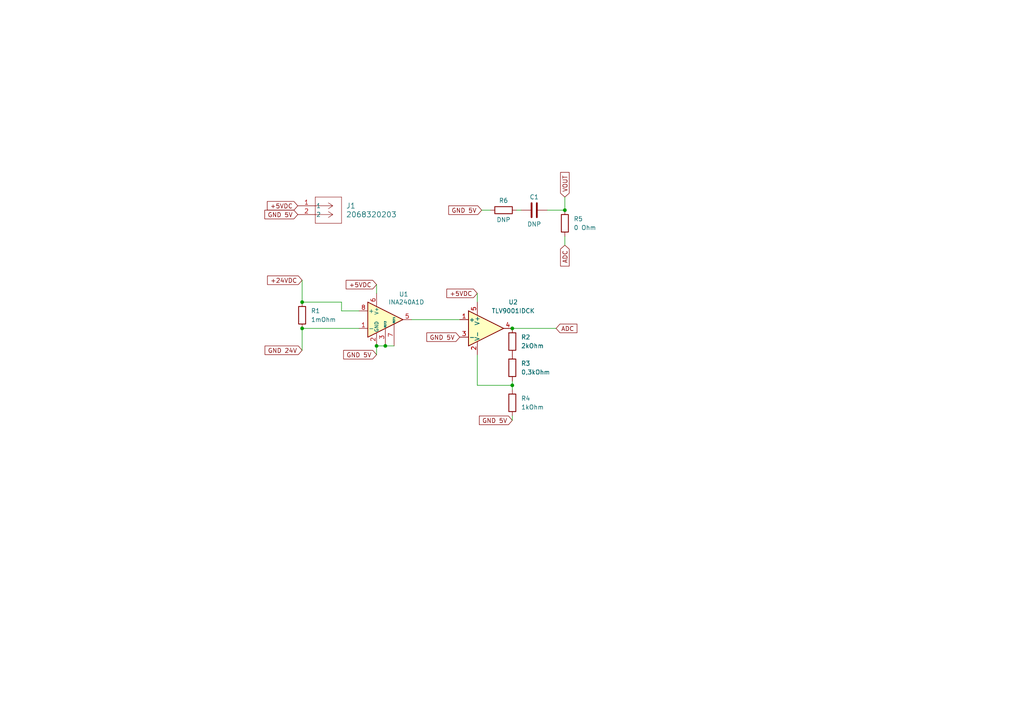
<source format=kicad_sch>
(kicad_sch
	(version 20231120)
	(generator "eeschema")
	(generator_version "8.0")
	(uuid "151ad983-dac6-4e09-bb7a-52c39c5f6e8f")
	(paper "A4")
	(lib_symbols
		(symbol "2025-11-11_14-46-52:2068320203"
			(pin_names
				(offset 0.254)
			)
			(exclude_from_sim no)
			(in_bom yes)
			(on_board yes)
			(property "Reference" "J"
				(at 8.89 6.35 0)
				(effects
					(font
						(size 1.524 1.524)
					)
				)
			)
			(property "Value" "2068320203"
				(at 0 0 0)
				(effects
					(font
						(size 1.524 1.524)
					)
				)
			)
			(property "Footprint" "CONN_2068320000-SD_02_MOL"
				(at 0 0 0)
				(effects
					(font
						(size 1.27 1.27)
						(italic yes)
					)
					(hide yes)
				)
			)
			(property "Datasheet" "https://www.molex.com/en-us/products/part-detail-pdf/2068320203?display=pdf"
				(at 0 0 0)
				(effects
					(font
						(size 1.27 1.27)
						(italic yes)
					)
					(hide yes)
				)
			)
			(property "Description" ""
				(at 0 0 0)
				(effects
					(font
						(size 1.27 1.27)
					)
					(hide yes)
				)
			)
			(property "ki_locked" ""
				(at 0 0 0)
				(effects
					(font
						(size 1.27 1.27)
					)
				)
			)
			(property "ki_keywords" "2068320203"
				(at 0 0 0)
				(effects
					(font
						(size 1.27 1.27)
					)
					(hide yes)
				)
			)
			(property "ki_fp_filters" "CONN_2068320000-SD_02_MOL"
				(at 0 0 0)
				(effects
					(font
						(size 1.27 1.27)
					)
					(hide yes)
				)
			)
			(symbol "2068320203_1_1"
				(polyline
					(pts
						(xy 5.08 -5.08) (xy 12.7 -5.08)
					)
					(stroke
						(width 0.127)
						(type default)
					)
					(fill
						(type none)
					)
				)
				(polyline
					(pts
						(xy 5.08 2.54) (xy 5.08 -5.08)
					)
					(stroke
						(width 0.127)
						(type default)
					)
					(fill
						(type none)
					)
				)
				(polyline
					(pts
						(xy 10.16 -2.54) (xy 5.08 -2.54)
					)
					(stroke
						(width 0.127)
						(type default)
					)
					(fill
						(type none)
					)
				)
				(polyline
					(pts
						(xy 10.16 -2.54) (xy 8.89 -3.3867)
					)
					(stroke
						(width 0.127)
						(type default)
					)
					(fill
						(type none)
					)
				)
				(polyline
					(pts
						(xy 10.16 -2.54) (xy 8.89 -1.6933)
					)
					(stroke
						(width 0.127)
						(type default)
					)
					(fill
						(type none)
					)
				)
				(polyline
					(pts
						(xy 10.16 0) (xy 5.08 0)
					)
					(stroke
						(width 0.127)
						(type default)
					)
					(fill
						(type none)
					)
				)
				(polyline
					(pts
						(xy 10.16 0) (xy 8.89 -0.8467)
					)
					(stroke
						(width 0.127)
						(type default)
					)
					(fill
						(type none)
					)
				)
				(polyline
					(pts
						(xy 10.16 0) (xy 8.89 0.8467)
					)
					(stroke
						(width 0.127)
						(type default)
					)
					(fill
						(type none)
					)
				)
				(polyline
					(pts
						(xy 12.7 -5.08) (xy 12.7 2.54)
					)
					(stroke
						(width 0.127)
						(type default)
					)
					(fill
						(type none)
					)
				)
				(polyline
					(pts
						(xy 12.7 2.54) (xy 5.08 2.54)
					)
					(stroke
						(width 0.127)
						(type default)
					)
					(fill
						(type none)
					)
				)
				(pin unspecified line
					(at 0 0 0)
					(length 5.08)
					(name "1"
						(effects
							(font
								(size 1.27 1.27)
							)
						)
					)
					(number "1"
						(effects
							(font
								(size 1.27 1.27)
							)
						)
					)
				)
				(pin unspecified line
					(at 0 -2.54 0)
					(length 5.08)
					(name "2"
						(effects
							(font
								(size 1.27 1.27)
							)
						)
					)
					(number "2"
						(effects
							(font
								(size 1.27 1.27)
							)
						)
					)
				)
			)
			(symbol "2068320203_1_2"
				(polyline
					(pts
						(xy 5.08 -5.08) (xy 12.7 -5.08)
					)
					(stroke
						(width 0.127)
						(type default)
					)
					(fill
						(type none)
					)
				)
				(polyline
					(pts
						(xy 5.08 2.54) (xy 5.08 -5.08)
					)
					(stroke
						(width 0.127)
						(type default)
					)
					(fill
						(type none)
					)
				)
				(polyline
					(pts
						(xy 7.62 -2.54) (xy 5.08 -2.54)
					)
					(stroke
						(width 0.127)
						(type default)
					)
					(fill
						(type none)
					)
				)
				(polyline
					(pts
						(xy 7.62 -2.54) (xy 8.89 -3.3867)
					)
					(stroke
						(width 0.127)
						(type default)
					)
					(fill
						(type none)
					)
				)
				(polyline
					(pts
						(xy 7.62 -2.54) (xy 8.89 -1.6933)
					)
					(stroke
						(width 0.127)
						(type default)
					)
					(fill
						(type none)
					)
				)
				(polyline
					(pts
						(xy 7.62 0) (xy 5.08 0)
					)
					(stroke
						(width 0.127)
						(type default)
					)
					(fill
						(type none)
					)
				)
				(polyline
					(pts
						(xy 7.62 0) (xy 8.89 -0.8467)
					)
					(stroke
						(width 0.127)
						(type default)
					)
					(fill
						(type none)
					)
				)
				(polyline
					(pts
						(xy 7.62 0) (xy 8.89 0.8467)
					)
					(stroke
						(width 0.127)
						(type default)
					)
					(fill
						(type none)
					)
				)
				(polyline
					(pts
						(xy 12.7 -5.08) (xy 12.7 2.54)
					)
					(stroke
						(width 0.127)
						(type default)
					)
					(fill
						(type none)
					)
				)
				(polyline
					(pts
						(xy 12.7 2.54) (xy 5.08 2.54)
					)
					(stroke
						(width 0.127)
						(type default)
					)
					(fill
						(type none)
					)
				)
				(pin unspecified line
					(at 0 0 0)
					(length 5.08)
					(name "1"
						(effects
							(font
								(size 1.27 1.27)
							)
						)
					)
					(number "1"
						(effects
							(font
								(size 1.27 1.27)
							)
						)
					)
				)
				(pin unspecified line
					(at 0 -2.54 0)
					(length 5.08)
					(name "2"
						(effects
							(font
								(size 1.27 1.27)
							)
						)
					)
					(number "2"
						(effects
							(font
								(size 1.27 1.27)
							)
						)
					)
				)
			)
		)
		(symbol "Amplifier_Current:INA240A1D"
			(pin_names
				(offset 0.127)
			)
			(exclude_from_sim no)
			(in_bom yes)
			(on_board yes)
			(property "Reference" "U"
				(at 3.81 3.81 0)
				(effects
					(font
						(size 1.27 1.27)
					)
					(justify left)
				)
			)
			(property "Value" "INA240A1D"
				(at 3.81 -2.54 0)
				(effects
					(font
						(size 1.27 1.27)
					)
					(justify left)
				)
			)
			(property "Footprint" "Package_SO:SOIC-8_3.9x4.9mm_P1.27mm"
				(at 0 -16.51 0)
				(effects
					(font
						(size 1.27 1.27)
					)
					(hide yes)
				)
			)
			(property "Datasheet" "http://www.ti.com/lit/ds/symlink/ina240.pdf"
				(at 3.81 3.81 0)
				(effects
					(font
						(size 1.27 1.27)
					)
					(hide yes)
				)
			)
			(property "Description" "High- and Low-Side, Bidirectional, Zero-Drift, Current-Sense Amplifier With Enhanced PWM Rejection, 20V/V, SOIC-8"
				(at 0 0 0)
				(effects
					(font
						(size 1.27 1.27)
					)
					(hide yes)
				)
			)
			(property "ki_keywords" "current monitor shunt sensor bidirectional high low"
				(at 0 0 0)
				(effects
					(font
						(size 1.27 1.27)
					)
					(hide yes)
				)
			)
			(property "ki_fp_filters" "SOIC*3.9x4.9mm*P1.27mm*"
				(at 0 0 0)
				(effects
					(font
						(size 1.27 1.27)
					)
					(hide yes)
				)
			)
			(symbol "INA240A1D_0_1"
				(polyline
					(pts
						(xy 5.08 0) (xy -5.08 5.08) (xy -5.08 -5.08) (xy 5.08 0)
					)
					(stroke
						(width 0.254)
						(type default)
					)
					(fill
						(type background)
					)
				)
			)
			(symbol "INA240A1D_1_1"
				(pin input line
					(at -7.62 -2.54 0)
					(length 2.54)
					(name "-"
						(effects
							(font
								(size 1.27 1.27)
							)
						)
					)
					(number "1"
						(effects
							(font
								(size 1.27 1.27)
							)
						)
					)
				)
				(pin power_in line
					(at -2.54 -7.62 90)
					(length 3.81)
					(name "GND"
						(effects
							(font
								(size 1.016 1.016)
							)
						)
					)
					(number "2"
						(effects
							(font
								(size 1.27 1.27)
							)
						)
					)
				)
				(pin passive line
					(at 0 -7.62 90)
					(length 5.08)
					(name "REF2"
						(effects
							(font
								(size 0.508 0.508)
							)
						)
					)
					(number "3"
						(effects
							(font
								(size 1.27 1.27)
							)
						)
					)
				)
				(pin passive line
					(at -2.54 -7.62 90)
					(length 3.81) hide
					(name "GND"
						(effects
							(font
								(size 1.016 1.016)
							)
						)
					)
					(number "4"
						(effects
							(font
								(size 1.27 1.27)
							)
						)
					)
				)
				(pin output line
					(at 7.62 0 180)
					(length 2.54)
					(name "~"
						(effects
							(font
								(size 1.27 1.27)
							)
						)
					)
					(number "5"
						(effects
							(font
								(size 1.27 1.27)
							)
						)
					)
				)
				(pin power_in line
					(at -2.54 7.62 270)
					(length 3.81)
					(name "V+"
						(effects
							(font
								(size 1.016 1.016)
							)
						)
					)
					(number "6"
						(effects
							(font
								(size 1.27 1.27)
							)
						)
					)
				)
				(pin passive line
					(at 2.54 -7.62 90)
					(length 6.35)
					(name "REF1"
						(effects
							(font
								(size 0.508 0.508)
							)
						)
					)
					(number "7"
						(effects
							(font
								(size 1.27 1.27)
							)
						)
					)
				)
				(pin input line
					(at -7.62 2.54 0)
					(length 2.54)
					(name "+"
						(effects
							(font
								(size 1.27 1.27)
							)
						)
					)
					(number "8"
						(effects
							(font
								(size 1.27 1.27)
							)
						)
					)
				)
			)
		)
		(symbol "Amplifier_Operational:TLV9001IDCK"
			(pin_names
				(offset 0.127)
			)
			(exclude_from_sim no)
			(in_bom yes)
			(on_board yes)
			(property "Reference" "U"
				(at 7.62 2.54 0)
				(effects
					(font
						(size 1.27 1.27)
					)
				)
			)
			(property "Value" "TLV9001IDCK"
				(at 11.43 -2.54 0)
				(effects
					(font
						(size 1.27 1.27)
					)
				)
			)
			(property "Footprint" "Package_TO_SOT_SMD:SOT-353_SC-70-5"
				(at 5.08 0 0)
				(effects
					(font
						(size 1.27 1.27)
					)
					(hide yes)
				)
			)
			(property "Datasheet" "https://www.ti.com/lit/ds/symlink/tlv9001.pdf"
				(at 0 0 0)
				(effects
					(font
						(size 1.27 1.27)
					)
					(hide yes)
				)
			)
			(property "Description" "Low-power, Rail-to-Rail, 1MHz Operational Amplifier, SOT-353"
				(at 0 0 0)
				(effects
					(font
						(size 1.27 1.27)
					)
					(hide yes)
				)
			)
			(property "ki_keywords" "op amp operational amplifier"
				(at 0 0 0)
				(effects
					(font
						(size 1.27 1.27)
					)
					(hide yes)
				)
			)
			(property "ki_fp_filters" "SOT*353*SC*70*"
				(at 0 0 0)
				(effects
					(font
						(size 1.27 1.27)
					)
					(hide yes)
				)
			)
			(symbol "TLV9001IDCK_0_1"
				(polyline
					(pts
						(xy -2.54 5.08) (xy -2.54 -5.08) (xy 7.62 0) (xy -2.54 5.08)
					)
					(stroke
						(width 0.254)
						(type default)
					)
					(fill
						(type background)
					)
				)
			)
			(symbol "TLV9001IDCK_1_1"
				(pin input line
					(at -5.08 2.54 0)
					(length 2.54)
					(name "+"
						(effects
							(font
								(size 1.27 1.27)
							)
						)
					)
					(number "1"
						(effects
							(font
								(size 1.27 1.27)
							)
						)
					)
				)
				(pin power_in line
					(at 0 -7.62 90)
					(length 3.81)
					(name "V-"
						(effects
							(font
								(size 1.27 1.27)
							)
						)
					)
					(number "2"
						(effects
							(font
								(size 1.27 1.27)
							)
						)
					)
				)
				(pin input line
					(at -5.08 -2.54 0)
					(length 2.54)
					(name "-"
						(effects
							(font
								(size 1.27 1.27)
							)
						)
					)
					(number "3"
						(effects
							(font
								(size 1.27 1.27)
							)
						)
					)
				)
				(pin output line
					(at 10.16 0 180)
					(length 2.54)
					(name "~"
						(effects
							(font
								(size 1.27 1.27)
							)
						)
					)
					(number "4"
						(effects
							(font
								(size 1.27 1.27)
							)
						)
					)
				)
				(pin power_in line
					(at 0 7.62 270)
					(length 3.81)
					(name "V+"
						(effects
							(font
								(size 1.27 1.27)
							)
						)
					)
					(number "5"
						(effects
							(font
								(size 1.27 1.27)
							)
						)
					)
				)
			)
		)
		(symbol "Device:C"
			(pin_numbers hide)
			(pin_names
				(offset 0.254)
			)
			(exclude_from_sim no)
			(in_bom yes)
			(on_board yes)
			(property "Reference" "C"
				(at 0.635 2.54 0)
				(effects
					(font
						(size 1.27 1.27)
					)
					(justify left)
				)
			)
			(property "Value" "C"
				(at 0.635 -2.54 0)
				(effects
					(font
						(size 1.27 1.27)
					)
					(justify left)
				)
			)
			(property "Footprint" ""
				(at 0.9652 -3.81 0)
				(effects
					(font
						(size 1.27 1.27)
					)
					(hide yes)
				)
			)
			(property "Datasheet" "~"
				(at 0 0 0)
				(effects
					(font
						(size 1.27 1.27)
					)
					(hide yes)
				)
			)
			(property "Description" "Unpolarized capacitor"
				(at 0 0 0)
				(effects
					(font
						(size 1.27 1.27)
					)
					(hide yes)
				)
			)
			(property "ki_keywords" "cap capacitor"
				(at 0 0 0)
				(effects
					(font
						(size 1.27 1.27)
					)
					(hide yes)
				)
			)
			(property "ki_fp_filters" "C_*"
				(at 0 0 0)
				(effects
					(font
						(size 1.27 1.27)
					)
					(hide yes)
				)
			)
			(symbol "C_0_1"
				(polyline
					(pts
						(xy -2.032 -0.762) (xy 2.032 -0.762)
					)
					(stroke
						(width 0.508)
						(type default)
					)
					(fill
						(type none)
					)
				)
				(polyline
					(pts
						(xy -2.032 0.762) (xy 2.032 0.762)
					)
					(stroke
						(width 0.508)
						(type default)
					)
					(fill
						(type none)
					)
				)
			)
			(symbol "C_1_1"
				(pin passive line
					(at 0 3.81 270)
					(length 2.794)
					(name "~"
						(effects
							(font
								(size 1.27 1.27)
							)
						)
					)
					(number "1"
						(effects
							(font
								(size 1.27 1.27)
							)
						)
					)
				)
				(pin passive line
					(at 0 -3.81 90)
					(length 2.794)
					(name "~"
						(effects
							(font
								(size 1.27 1.27)
							)
						)
					)
					(number "2"
						(effects
							(font
								(size 1.27 1.27)
							)
						)
					)
				)
			)
		)
		(symbol "Device:R"
			(pin_numbers hide)
			(pin_names
				(offset 0)
			)
			(exclude_from_sim no)
			(in_bom yes)
			(on_board yes)
			(property "Reference" "R"
				(at 2.032 0 90)
				(effects
					(font
						(size 1.27 1.27)
					)
				)
			)
			(property "Value" "R"
				(at 0 0 90)
				(effects
					(font
						(size 1.27 1.27)
					)
				)
			)
			(property "Footprint" ""
				(at -1.778 0 90)
				(effects
					(font
						(size 1.27 1.27)
					)
					(hide yes)
				)
			)
			(property "Datasheet" "~"
				(at 0 0 0)
				(effects
					(font
						(size 1.27 1.27)
					)
					(hide yes)
				)
			)
			(property "Description" "Resistor"
				(at 0 0 0)
				(effects
					(font
						(size 1.27 1.27)
					)
					(hide yes)
				)
			)
			(property "ki_keywords" "R res resistor"
				(at 0 0 0)
				(effects
					(font
						(size 1.27 1.27)
					)
					(hide yes)
				)
			)
			(property "ki_fp_filters" "R_*"
				(at 0 0 0)
				(effects
					(font
						(size 1.27 1.27)
					)
					(hide yes)
				)
			)
			(symbol "R_0_1"
				(rectangle
					(start -1.016 -2.54)
					(end 1.016 2.54)
					(stroke
						(width 0.254)
						(type default)
					)
					(fill
						(type none)
					)
				)
			)
			(symbol "R_1_1"
				(pin passive line
					(at 0 3.81 270)
					(length 1.27)
					(name "~"
						(effects
							(font
								(size 1.27 1.27)
							)
						)
					)
					(number "1"
						(effects
							(font
								(size 1.27 1.27)
							)
						)
					)
				)
				(pin passive line
					(at 0 -3.81 90)
					(length 1.27)
					(name "~"
						(effects
							(font
								(size 1.27 1.27)
							)
						)
					)
					(number "2"
						(effects
							(font
								(size 1.27 1.27)
							)
						)
					)
				)
			)
		)
	)
	(junction
		(at 87.63 87.63)
		(diameter 0)
		(color 0 0 0 0)
		(uuid "2ad6a835-13ba-4cea-9a97-2394896d5f34")
	)
	(junction
		(at 109.22 100.33)
		(diameter 0)
		(color 0 0 0 0)
		(uuid "4b7bc470-6aaf-48f2-b8ed-cd8e23e4ea59")
	)
	(junction
		(at 111.76 100.33)
		(diameter 0)
		(color 0 0 0 0)
		(uuid "656026a1-08ec-4461-9eb6-d1e2eed28ea1")
	)
	(junction
		(at 148.59 111.76)
		(diameter 0)
		(color 0 0 0 0)
		(uuid "8f768b3b-7c59-4706-973a-e132491a1e20")
	)
	(junction
		(at 87.63 95.25)
		(diameter 0)
		(color 0 0 0 0)
		(uuid "b1e4d2fc-2837-4742-b2c3-26dff4efb6e0")
	)
	(junction
		(at 163.83 60.96)
		(diameter 0)
		(color 0 0 0 0)
		(uuid "b5bb9fde-d25b-4e4c-9c86-7b574c327be9")
	)
	(junction
		(at 148.59 95.25)
		(diameter 0)
		(color 0 0 0 0)
		(uuid "c662b425-0ea2-48df-a617-390b20ebb2b0")
	)
	(wire
		(pts
			(xy 109.22 102.87) (xy 109.22 100.33)
		)
		(stroke
			(width 0)
			(type default)
		)
		(uuid "05386771-d80d-4847-9749-65eceaf85b30")
	)
	(wire
		(pts
			(xy 138.43 102.87) (xy 138.43 111.76)
		)
		(stroke
			(width 0)
			(type default)
		)
		(uuid "0da93bda-5587-4e6f-a332-c600c5deca18")
	)
	(wire
		(pts
			(xy 87.63 81.28) (xy 87.63 87.63)
		)
		(stroke
			(width 0)
			(type default)
		)
		(uuid "0ecc58ac-f50d-45d0-9939-748d90d8fa0e")
	)
	(wire
		(pts
			(xy 87.63 87.63) (xy 99.06 87.63)
		)
		(stroke
			(width 0)
			(type default)
		)
		(uuid "16c750db-9ca2-4d33-96cf-aa24773b047a")
	)
	(wire
		(pts
			(xy 163.83 71.12) (xy 163.83 68.58)
		)
		(stroke
			(width 0)
			(type default)
		)
		(uuid "18b6c0ef-b8f4-4012-8b9c-b861d26c9553")
	)
	(wire
		(pts
			(xy 99.06 90.17) (xy 104.14 90.17)
		)
		(stroke
			(width 0)
			(type default)
		)
		(uuid "1e4c2e6c-8d17-41d9-9cd6-bea6fe9d8bc6")
	)
	(wire
		(pts
			(xy 148.59 110.49) (xy 148.59 111.76)
		)
		(stroke
			(width 0)
			(type default)
		)
		(uuid "2461ee24-efcb-4451-87ef-dc0eb8a29d12")
	)
	(wire
		(pts
			(xy 87.63 95.25) (xy 87.63 101.6)
		)
		(stroke
			(width 0)
			(type default)
		)
		(uuid "2dfa9abb-d662-4cb9-98f2-af9a9aed4ecc")
	)
	(wire
		(pts
			(xy 109.22 82.55) (xy 109.22 85.09)
		)
		(stroke
			(width 0)
			(type default)
		)
		(uuid "2e5f015f-d3df-4fb6-aa92-2d505e193d5b")
	)
	(wire
		(pts
			(xy 148.59 111.76) (xy 148.59 113.03)
		)
		(stroke
			(width 0)
			(type default)
		)
		(uuid "37fa8917-3d01-496e-8bde-72667150b878")
	)
	(wire
		(pts
			(xy 109.22 100.33) (xy 111.76 100.33)
		)
		(stroke
			(width 0)
			(type default)
		)
		(uuid "461f1123-feef-4e33-8d1b-a0e698f6e225")
	)
	(wire
		(pts
			(xy 138.43 111.76) (xy 148.59 111.76)
		)
		(stroke
			(width 0)
			(type default)
		)
		(uuid "628dbcc9-e8a5-43c0-85b6-71064b062664")
	)
	(wire
		(pts
			(xy 111.76 100.33) (xy 114.3 100.33)
		)
		(stroke
			(width 0)
			(type default)
		)
		(uuid "7648124b-8bed-4a0f-bf7d-06f23618e0b5")
	)
	(wire
		(pts
			(xy 119.38 92.71) (xy 133.35 92.71)
		)
		(stroke
			(width 0)
			(type default)
		)
		(uuid "7d2de69a-90ed-400a-b97c-31e1e7c4d3c6")
	)
	(wire
		(pts
			(xy 163.83 57.15) (xy 163.83 60.96)
		)
		(stroke
			(width 0)
			(type default)
		)
		(uuid "8a445825-9640-417d-aee6-346114a2993f")
	)
	(wire
		(pts
			(xy 139.7 60.96) (xy 142.24 60.96)
		)
		(stroke
			(width 0)
			(type default)
		)
		(uuid "a2fb0c5a-4fe6-4619-a3dd-7bf037705bb5")
	)
	(wire
		(pts
			(xy 148.59 95.25) (xy 161.29 95.25)
		)
		(stroke
			(width 0)
			(type default)
		)
		(uuid "c5cf4bdc-f661-4ce5-a204-3f095cf8ccda")
	)
	(wire
		(pts
			(xy 149.86 60.96) (xy 151.13 60.96)
		)
		(stroke
			(width 0)
			(type default)
		)
		(uuid "c891325d-dbb4-4715-bb0b-1ce87fb4022a")
	)
	(wire
		(pts
			(xy 99.06 87.63) (xy 99.06 90.17)
		)
		(stroke
			(width 0)
			(type default)
		)
		(uuid "caecdc42-b061-40d5-977f-2bf3abc4ba89")
	)
	(wire
		(pts
			(xy 148.59 120.65) (xy 148.59 121.92)
		)
		(stroke
			(width 0)
			(type default)
		)
		(uuid "df5cfea6-32e1-4dd0-95dc-ecff2464bc0c")
	)
	(wire
		(pts
			(xy 87.63 95.25) (xy 104.14 95.25)
		)
		(stroke
			(width 0)
			(type default)
		)
		(uuid "e2c69681-b7bd-4a05-b287-8f8bc97722de")
	)
	(wire
		(pts
			(xy 158.75 60.96) (xy 163.83 60.96)
		)
		(stroke
			(width 0)
			(type default)
		)
		(uuid "f598890b-5044-4bc9-a000-31eecdc619ee")
	)
	(wire
		(pts
			(xy 138.43 85.09) (xy 138.43 87.63)
		)
		(stroke
			(width 0)
			(type default)
		)
		(uuid "f72fc5fd-8246-4981-8221-21fb37a47fdc")
	)
	(global_label "GND 5V"
		(shape input)
		(at 109.22 102.87 180)
		(fields_autoplaced yes)
		(effects
			(font
				(size 1.27 1.27)
			)
			(justify right)
		)
		(uuid "1402eea4-1719-4f33-962c-27ee79f21221")
		(property "Intersheetrefs" "${INTERSHEET_REFS}"
			(at 99.0986 102.87 0)
			(effects
				(font
					(size 1.27 1.27)
				)
				(justify right)
				(hide yes)
			)
		)
	)
	(global_label "+5VDC"
		(shape input)
		(at 109.22 82.55 180)
		(fields_autoplaced yes)
		(effects
			(font
				(size 1.27 1.27)
			)
			(justify right)
		)
		(uuid "26fc2f34-d991-4483-8182-23d35248b1c1")
		(property "Intersheetrefs" "${INTERSHEET_REFS}"
			(at 99.8243 82.55 0)
			(effects
				(font
					(size 1.27 1.27)
				)
				(justify right)
				(hide yes)
			)
		)
	)
	(global_label "GND 5V"
		(shape input)
		(at 86.36 62.23 180)
		(fields_autoplaced yes)
		(effects
			(font
				(size 1.27 1.27)
			)
			(justify right)
		)
		(uuid "3463b3d1-2f34-43cc-9ea7-43051a6a0b65")
		(property "Intersheetrefs" "${INTERSHEET_REFS}"
			(at 76.2386 62.23 0)
			(effects
				(font
					(size 1.27 1.27)
				)
				(justify right)
				(hide yes)
			)
		)
	)
	(global_label "+5VDC"
		(shape input)
		(at 138.43 85.09 180)
		(fields_autoplaced yes)
		(effects
			(font
				(size 1.27 1.27)
			)
			(justify right)
		)
		(uuid "562935fa-76f4-4ddc-9c1f-5dd5dfa6a622")
		(property "Intersheetrefs" "${INTERSHEET_REFS}"
			(at 129.0343 85.09 0)
			(effects
				(font
					(size 1.27 1.27)
				)
				(justify right)
				(hide yes)
			)
		)
	)
	(global_label "GND 24V"
		(shape input)
		(at 87.63 101.6 180)
		(fields_autoplaced yes)
		(effects
			(font
				(size 1.27 1.27)
			)
			(justify right)
		)
		(uuid "5be113a8-07c6-4252-88af-7e564fe27b5d")
		(property "Intersheetrefs" "${INTERSHEET_REFS}"
			(at 76.2991 101.6 0)
			(effects
				(font
					(size 1.27 1.27)
				)
				(justify right)
				(hide yes)
			)
		)
	)
	(global_label "GND 5V"
		(shape input)
		(at 133.35 97.79 180)
		(fields_autoplaced yes)
		(effects
			(font
				(size 1.27 1.27)
			)
			(justify right)
		)
		(uuid "6b64eb83-e296-4710-9af0-49123c3f2cd9")
		(property "Intersheetrefs" "${INTERSHEET_REFS}"
			(at 123.2286 97.79 0)
			(effects
				(font
					(size 1.27 1.27)
				)
				(justify right)
				(hide yes)
			)
		)
	)
	(global_label "VOUT"
		(shape input)
		(at 163.83 57.15 90)
		(fields_autoplaced yes)
		(effects
			(font
				(size 1.27 1.27)
			)
			(justify left)
		)
		(uuid "933088b8-8882-42ea-bf82-2881ec547b15")
		(property "Intersheetrefs" "${INTERSHEET_REFS}"
			(at 163.83 49.4476 90)
			(effects
				(font
					(size 1.27 1.27)
				)
				(justify left)
				(hide yes)
			)
		)
	)
	(global_label "ADC"
		(shape input)
		(at 163.83 71.12 270)
		(fields_autoplaced yes)
		(effects
			(font
				(size 1.27 1.27)
			)
			(justify right)
		)
		(uuid "9f20cd03-a1af-43a7-bff8-e628c2b1a414")
		(property "Intersheetrefs" "${INTERSHEET_REFS}"
			(at 163.83 77.7338 90)
			(effects
				(font
					(size 1.27 1.27)
				)
				(justify right)
				(hide yes)
			)
		)
	)
	(global_label "+24VDC"
		(shape input)
		(at 87.63 81.28 180)
		(fields_autoplaced yes)
		(effects
			(font
				(size 1.27 1.27)
			)
			(justify right)
		)
		(uuid "cc802822-45b0-4be8-849e-f21a1d6cbc81")
		(property "Intersheetrefs" "${INTERSHEET_REFS}"
			(at 77.0248 81.28 0)
			(effects
				(font
					(size 1.27 1.27)
				)
				(justify right)
				(hide yes)
			)
		)
	)
	(global_label "GND 5V"
		(shape input)
		(at 148.59 121.92 180)
		(fields_autoplaced yes)
		(effects
			(font
				(size 1.27 1.27)
			)
			(justify right)
		)
		(uuid "cf46caaf-3466-431b-8d18-5f78697f0cc4")
		(property "Intersheetrefs" "${INTERSHEET_REFS}"
			(at 138.4686 121.92 0)
			(effects
				(font
					(size 1.27 1.27)
				)
				(justify right)
				(hide yes)
			)
		)
	)
	(global_label "GND 5V"
		(shape input)
		(at 139.7 60.96 180)
		(fields_autoplaced yes)
		(effects
			(font
				(size 1.27 1.27)
			)
			(justify right)
		)
		(uuid "d381022f-398b-4a73-a265-db5877ad9336")
		(property "Intersheetrefs" "${INTERSHEET_REFS}"
			(at 129.5786 60.96 0)
			(effects
				(font
					(size 1.27 1.27)
				)
				(justify right)
				(hide yes)
			)
		)
	)
	(global_label "+5VDC"
		(shape input)
		(at 86.36 59.69 180)
		(fields_autoplaced yes)
		(effects
			(font
				(size 1.27 1.27)
			)
			(justify right)
		)
		(uuid "e9250d2f-995f-405e-871c-072344b988df")
		(property "Intersheetrefs" "${INTERSHEET_REFS}"
			(at 76.9643 59.69 0)
			(effects
				(font
					(size 1.27 1.27)
				)
				(justify right)
				(hide yes)
			)
		)
	)
	(global_label "ADC"
		(shape input)
		(at 161.29 95.25 0)
		(fields_autoplaced yes)
		(effects
			(font
				(size 1.27 1.27)
			)
			(justify left)
		)
		(uuid "fd81a9f4-2b74-4245-a08c-70a0ef157543")
		(property "Intersheetrefs" "${INTERSHEET_REFS}"
			(at 167.9038 95.25 0)
			(effects
				(font
					(size 1.27 1.27)
				)
				(justify left)
				(hide yes)
			)
		)
	)
	(symbol
		(lib_id "Device:R")
		(at 148.59 116.84 0)
		(unit 1)
		(exclude_from_sim no)
		(in_bom yes)
		(on_board yes)
		(dnp no)
		(fields_autoplaced yes)
		(uuid "0c840f54-0b21-4cbd-8c92-808f31c74faf")
		(property "Reference" "R4"
			(at 151.13 115.5699 0)
			(effects
				(font
					(size 1.27 1.27)
				)
				(justify left)
			)
		)
		(property "Value" "1kOhm"
			(at 151.13 118.1099 0)
			(effects
				(font
					(size 1.27 1.27)
				)
				(justify left)
			)
		)
		(property "Footprint" "Resistor_SMD:R_0603_1608Metric_Pad0.98x0.95mm_HandSolder"
			(at 146.812 116.84 90)
			(effects
				(font
					(size 1.27 1.27)
				)
				(hide yes)
			)
		)
		(property "Datasheet" "~"
			(at 148.59 116.84 0)
			(effects
				(font
					(size 1.27 1.27)
				)
				(hide yes)
			)
		)
		(property "Description" "Resistor"
			(at 148.59 116.84 0)
			(effects
				(font
					(size 1.27 1.27)
				)
				(hide yes)
			)
		)
		(pin "2"
			(uuid "b133616a-4ae0-49aa-8338-9e6773bafa12")
		)
		(pin "1"
			(uuid "09d4044f-ef63-47c1-91a8-dc6a44b62e10")
		)
		(instances
			(project "Pomiar prądu"
				(path "/151ad983-dac6-4e09-bb7a-52c39c5f6e8f"
					(reference "R4")
					(unit 1)
				)
			)
		)
	)
	(symbol
		(lib_id "Device:C")
		(at 154.94 60.96 90)
		(unit 1)
		(exclude_from_sim no)
		(in_bom yes)
		(on_board yes)
		(dnp no)
		(uuid "3039249d-878e-4b3b-8608-83fa6a48d6a1")
		(property "Reference" "C1"
			(at 154.94 57.15 90)
			(effects
				(font
					(size 1.27 1.27)
				)
			)
		)
		(property "Value" "DNP"
			(at 154.94 65.024 90)
			(effects
				(font
					(size 1.27 1.27)
				)
			)
		)
		(property "Footprint" "Capacitor_SMD:C_0603_1608Metric_Pad1.08x0.95mm_HandSolder"
			(at 158.75 59.9948 0)
			(effects
				(font
					(size 1.27 1.27)
				)
				(hide yes)
			)
		)
		(property "Datasheet" "~"
			(at 154.94 60.96 0)
			(effects
				(font
					(size 1.27 1.27)
				)
				(hide yes)
			)
		)
		(property "Description" "Unpolarized capacitor"
			(at 154.94 60.96 0)
			(effects
				(font
					(size 1.27 1.27)
				)
				(hide yes)
			)
		)
		(pin "1"
			(uuid "5d3c659d-a710-4670-9ca3-599d690ecc9c")
		)
		(pin "2"
			(uuid "b9c0a830-8966-4c7d-b761-d9b8b9efbe9e")
		)
		(instances
			(project ""
				(path "/151ad983-dac6-4e09-bb7a-52c39c5f6e8f"
					(reference "C1")
					(unit 1)
				)
			)
		)
	)
	(symbol
		(lib_id "Device:R")
		(at 163.83 64.77 180)
		(unit 1)
		(exclude_from_sim no)
		(in_bom yes)
		(on_board yes)
		(dnp no)
		(fields_autoplaced yes)
		(uuid "49a4ee52-646c-4454-b9e4-6883ff55ecae")
		(property "Reference" "R5"
			(at 166.37 63.4999 0)
			(effects
				(font
					(size 1.27 1.27)
				)
				(justify right)
			)
		)
		(property "Value" "0 Ohm"
			(at 166.37 66.0399 0)
			(effects
				(font
					(size 1.27 1.27)
				)
				(justify right)
			)
		)
		(property "Footprint" "Resistor_SMD:R_0603_1608Metric_Pad0.98x0.95mm_HandSolder"
			(at 165.608 64.77 90)
			(effects
				(font
					(size 1.27 1.27)
				)
				(hide yes)
			)
		)
		(property "Datasheet" "~"
			(at 163.83 64.77 0)
			(effects
				(font
					(size 1.27 1.27)
				)
				(hide yes)
			)
		)
		(property "Description" "Resistor"
			(at 163.83 64.77 0)
			(effects
				(font
					(size 1.27 1.27)
				)
				(hide yes)
			)
		)
		(pin "2"
			(uuid "af873ea4-a9b9-4fae-9aed-31c9b1ad5e86")
		)
		(pin "1"
			(uuid "edc3eb9e-359f-402f-afd3-4d3c1bf2221a")
		)
		(instances
			(project ""
				(path "/151ad983-dac6-4e09-bb7a-52c39c5f6e8f"
					(reference "R5")
					(unit 1)
				)
			)
		)
	)
	(symbol
		(lib_id "Device:R")
		(at 146.05 60.96 270)
		(unit 1)
		(exclude_from_sim no)
		(in_bom yes)
		(on_board yes)
		(dnp no)
		(uuid "52705eb3-6edf-49cc-9b64-e8e0e46df9cc")
		(property "Reference" "R6"
			(at 146.05 58.166 90)
			(effects
				(font
					(size 1.27 1.27)
				)
			)
		)
		(property "Value" "DNP"
			(at 146.05 63.754 90)
			(effects
				(font
					(size 1.27 1.27)
				)
			)
		)
		(property "Footprint" "Resistor_SMD:R_0603_1608Metric_Pad0.98x0.95mm_HandSolder"
			(at 146.05 59.182 90)
			(effects
				(font
					(size 1.27 1.27)
				)
				(hide yes)
			)
		)
		(property "Datasheet" "~"
			(at 146.05 60.96 0)
			(effects
				(font
					(size 1.27 1.27)
				)
				(hide yes)
			)
		)
		(property "Description" "Resistor"
			(at 146.05 60.96 0)
			(effects
				(font
					(size 1.27 1.27)
				)
				(hide yes)
			)
		)
		(pin "2"
			(uuid "d28d6f12-61cf-47ca-b3f1-b200428af833")
		)
		(pin "1"
			(uuid "c74fcd54-57ca-441a-9227-1a85871ca0eb")
		)
		(instances
			(project "Pomiar prądu"
				(path "/151ad983-dac6-4e09-bb7a-52c39c5f6e8f"
					(reference "R6")
					(unit 1)
				)
			)
		)
	)
	(symbol
		(lib_id "Amplifier_Current:INA240A1D")
		(at 111.76 92.71 0)
		(unit 1)
		(exclude_from_sim no)
		(in_bom yes)
		(on_board yes)
		(dnp no)
		(uuid "b0c80669-0e9d-4fef-a2bf-29ef9819d6bd")
		(property "Reference" "U1"
			(at 117.094 85.344 0)
			(effects
				(font
					(size 1.27 1.27)
				)
			)
		)
		(property "Value" "INA240A1D"
			(at 117.856 87.63 0)
			(effects
				(font
					(size 1.27 1.27)
				)
			)
		)
		(property "Footprint" "Package_SO:SOIC-8_3.9x4.9mm_P1.27mm"
			(at 111.76 109.22 0)
			(effects
				(font
					(size 1.27 1.27)
				)
				(hide yes)
			)
		)
		(property "Datasheet" "http://www.ti.com/lit/ds/symlink/ina240.pdf"
			(at 115.57 88.9 0)
			(effects
				(font
					(size 1.27 1.27)
				)
				(hide yes)
			)
		)
		(property "Description" "High- and Low-Side, Bidirectional, Zero-Drift, Current-Sense Amplifier With Enhanced PWM Rejection, 20V/V, SOIC-8"
			(at 111.76 92.71 0)
			(effects
				(font
					(size 1.27 1.27)
				)
				(hide yes)
			)
		)
		(pin "5"
			(uuid "5082aaca-bfc7-4890-b16b-96a24ecc6926")
		)
		(pin "1"
			(uuid "ad5e11ad-12ef-4d7b-96df-050eb856f9bd")
		)
		(pin "2"
			(uuid "52bdca4f-3ac8-4d2f-b118-804a7e290c81")
		)
		(pin "3"
			(uuid "69b2ccb2-59ea-4b62-a1f4-6ec07cb901b4")
		)
		(pin "4"
			(uuid "d5dbb10e-80aa-407d-b786-cd28210dc1d1")
		)
		(pin "6"
			(uuid "4ceadd00-3971-478f-86ec-189d30f21cb9")
		)
		(pin "7"
			(uuid "5225114a-04c8-4fe0-a4b7-6f3edd7bca53")
		)
		(pin "8"
			(uuid "041f7169-40dd-4ff5-a4e9-74781ca63d02")
		)
		(instances
			(project ""
				(path "/151ad983-dac6-4e09-bb7a-52c39c5f6e8f"
					(reference "U1")
					(unit 1)
				)
			)
		)
	)
	(symbol
		(lib_id "Device:R")
		(at 87.63 91.44 0)
		(unit 1)
		(exclude_from_sim no)
		(in_bom yes)
		(on_board yes)
		(dnp no)
		(fields_autoplaced yes)
		(uuid "b5dd796f-9b21-4f48-bde7-60fc789f3bfe")
		(property "Reference" "R1"
			(at 90.17 90.1699 0)
			(effects
				(font
					(size 1.27 1.27)
				)
				(justify left)
			)
		)
		(property "Value" "1mOhm"
			(at 90.17 92.7099 0)
			(effects
				(font
					(size 1.27 1.27)
				)
				(justify left)
			)
		)
		(property "Footprint" "global:5930 Current Sense Resistor"
			(at 85.852 91.44 90)
			(effects
				(font
					(size 1.27 1.27)
				)
				(hide yes)
			)
		)
		(property "Datasheet" "~"
			(at 87.63 91.44 0)
			(effects
				(font
					(size 1.27 1.27)
				)
				(hide yes)
			)
		)
		(property "Description" "Resistor"
			(at 87.63 91.44 0)
			(effects
				(font
					(size 1.27 1.27)
				)
				(hide yes)
			)
		)
		(pin "1"
			(uuid "5b9c6eff-e06a-40c9-8298-8ab91c39f3b8")
		)
		(pin "2"
			(uuid "2e3ab9d8-b86a-4e72-a4c2-66e59355523e")
		)
		(instances
			(project ""
				(path "/151ad983-dac6-4e09-bb7a-52c39c5f6e8f"
					(reference "R1")
					(unit 1)
				)
			)
		)
	)
	(symbol
		(lib_id "Device:R")
		(at 148.59 106.68 0)
		(unit 1)
		(exclude_from_sim no)
		(in_bom yes)
		(on_board yes)
		(dnp no)
		(fields_autoplaced yes)
		(uuid "be7895e6-dafd-46c4-ac05-de5c37f75238")
		(property "Reference" "R3"
			(at 151.13 105.4099 0)
			(effects
				(font
					(size 1.27 1.27)
				)
				(justify left)
			)
		)
		(property "Value" "0,3kOhm"
			(at 151.13 107.9499 0)
			(effects
				(font
					(size 1.27 1.27)
				)
				(justify left)
			)
		)
		(property "Footprint" "Resistor_SMD:R_0603_1608Metric_Pad0.98x0.95mm_HandSolder"
			(at 146.812 106.68 90)
			(effects
				(font
					(size 1.27 1.27)
				)
				(hide yes)
			)
		)
		(property "Datasheet" "~"
			(at 148.59 106.68 0)
			(effects
				(font
					(size 1.27 1.27)
				)
				(hide yes)
			)
		)
		(property "Description" "Resistor"
			(at 148.59 106.68 0)
			(effects
				(font
					(size 1.27 1.27)
				)
				(hide yes)
			)
		)
		(pin "2"
			(uuid "5aa1b60a-6a72-42cd-96b0-f5d48963216d")
		)
		(pin "1"
			(uuid "b0b61cfb-4960-440a-a9fe-a7f56bb9de23")
		)
		(instances
			(project ""
				(path "/151ad983-dac6-4e09-bb7a-52c39c5f6e8f"
					(reference "R3")
					(unit 1)
				)
			)
		)
	)
	(symbol
		(lib_id "Amplifier_Operational:TLV9001IDCK")
		(at 138.43 95.25 0)
		(unit 1)
		(exclude_from_sim no)
		(in_bom yes)
		(on_board yes)
		(dnp no)
		(uuid "c599f70c-ceb6-4027-8d38-f77173889ff4")
		(property "Reference" "U2"
			(at 148.844 87.63 0)
			(effects
				(font
					(size 1.27 1.27)
				)
			)
		)
		(property "Value" "TLV9001IDCK"
			(at 148.844 90.17 0)
			(effects
				(font
					(size 1.27 1.27)
				)
			)
		)
		(property "Footprint" "Package_TO_SOT_SMD:SOT-353_SC-70-5"
			(at 143.51 95.25 0)
			(effects
				(font
					(size 1.27 1.27)
				)
				(hide yes)
			)
		)
		(property "Datasheet" "https://www.ti.com/lit/ds/symlink/tlv9001.pdf"
			(at 138.43 95.25 0)
			(effects
				(font
					(size 1.27 1.27)
				)
				(hide yes)
			)
		)
		(property "Description" "Low-power, Rail-to-Rail, 1MHz Operational Amplifier, SOT-353"
			(at 138.43 95.25 0)
			(effects
				(font
					(size 1.27 1.27)
				)
				(hide yes)
			)
		)
		(pin "2"
			(uuid "c2101a96-4df4-4a78-82b0-b4062b48eefa")
		)
		(pin "3"
			(uuid "06f2d4af-8975-4d2d-a368-e9e1b332ee78")
		)
		(pin "4"
			(uuid "fceabf9a-5d59-45b9-b9e5-3c350725447a")
		)
		(pin "5"
			(uuid "9784c202-b211-48c8-aa4e-d3eaa995814a")
		)
		(pin "1"
			(uuid "0342b04d-e463-4071-b787-5711d6343a90")
		)
		(instances
			(project ""
				(path "/151ad983-dac6-4e09-bb7a-52c39c5f6e8f"
					(reference "U2")
					(unit 1)
				)
			)
		)
	)
	(symbol
		(lib_id "Device:R")
		(at 148.59 99.06 0)
		(unit 1)
		(exclude_from_sim no)
		(in_bom yes)
		(on_board yes)
		(dnp no)
		(fields_autoplaced yes)
		(uuid "cef4d58e-ac79-495b-8191-6ed3a75f366c")
		(property "Reference" "R2"
			(at 151.13 97.7899 0)
			(effects
				(font
					(size 1.27 1.27)
				)
				(justify left)
			)
		)
		(property "Value" "2kOhm"
			(at 151.13 100.3299 0)
			(effects
				(font
					(size 1.27 1.27)
				)
				(justify left)
			)
		)
		(property "Footprint" "Resistor_SMD:R_0603_1608Metric_Pad0.98x0.95mm_HandSolder"
			(at 146.812 99.06 90)
			(effects
				(font
					(size 1.27 1.27)
				)
				(hide yes)
			)
		)
		(property "Datasheet" "~"
			(at 148.59 99.06 0)
			(effects
				(font
					(size 1.27 1.27)
				)
				(hide yes)
			)
		)
		(property "Description" "Resistor"
			(at 148.59 99.06 0)
			(effects
				(font
					(size 1.27 1.27)
				)
				(hide yes)
			)
		)
		(pin "2"
			(uuid "96d70619-311d-45da-8c5e-216a4c0ea070")
		)
		(pin "1"
			(uuid "c9b2b22e-185b-460f-b0d6-266c5f888112")
		)
		(instances
			(project ""
				(path "/151ad983-dac6-4e09-bb7a-52c39c5f6e8f"
					(reference "R2")
					(unit 1)
				)
			)
		)
	)
	(symbol
		(lib_id "2025-11-11_14-46-52:2068320203")
		(at 86.36 59.69 0)
		(unit 1)
		(exclude_from_sim no)
		(in_bom yes)
		(on_board yes)
		(dnp no)
		(fields_autoplaced yes)
		(uuid "fc788247-38e5-415b-aa72-0a9f69ef30f0")
		(property "Reference" "J1"
			(at 100.33 59.6899 0)
			(effects
				(font
					(size 1.524 1.524)
				)
				(justify left)
			)
		)
		(property "Value" "2068320203"
			(at 100.33 62.2299 0)
			(effects
				(font
					(size 1.524 1.524)
				)
				(justify left)
			)
		)
		(property "Footprint" "global:CONN_2068320000-SD_02_MOL"
			(at 86.36 59.69 0)
			(effects
				(font
					(size 1.27 1.27)
					(italic yes)
				)
				(hide yes)
			)
		)
		(property "Datasheet" "https://www.molex.com/en-us/products/part-detail-pdf/2068320203?display=pdf"
			(at 86.36 59.69 0)
			(effects
				(font
					(size 1.27 1.27)
					(italic yes)
				)
				(hide yes)
			)
		)
		(property "Description" ""
			(at 86.36 59.69 0)
			(effects
				(font
					(size 1.27 1.27)
				)
				(hide yes)
			)
		)
		(pin "1"
			(uuid "467a4e36-a519-483f-a593-cd5fe7d219e5")
		)
		(pin "2"
			(uuid "ada97977-2a85-4e4a-8dc5-d99c473a08a4")
		)
		(instances
			(project ""
				(path "/151ad983-dac6-4e09-bb7a-52c39c5f6e8f"
					(reference "J1")
					(unit 1)
				)
			)
		)
	)
	(sheet_instances
		(path "/"
			(page "1")
		)
	)
)

</source>
